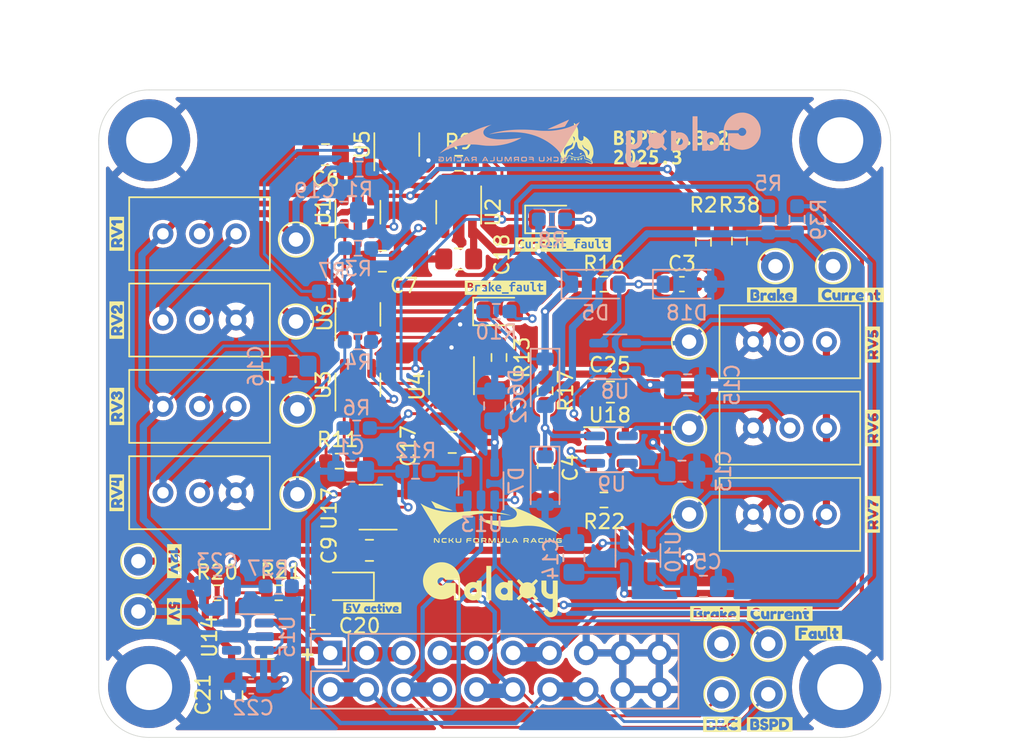
<source format=kicad_pcb>
(kicad_pcb (version 20221018) (generator pcbnew)
  (layers (0 "F.Cu" signal) (31 "B.Cu" signal) (34 "B.Paste" user) (35 "F.Paste" user) (36 "B.SilkS" user "B.Silkscreen") (37 "F.SilkS" user "F.Silkscreen") (38 "B.Mask" user) (39 "F.Mask" user) (44 "Edge.Cuts" user))
  (net 0 "")
  (net 1 "+5V")
  (net 2 "GND")
  (net 3 "current")
  (net 4 "brake")
  (net 5 "Net-(U10--)")
  (net 6 "+12V")
  (net 7 "Current_Limit_Check_out")
  (net 8 "Net-(D1-A)")
  (net 9 "Brake_Limit_Check_out")
  (net 10 "Net-(D2-A)")
  (net 11 "Net-(D16-A)")
  (net 12 "Simultaneous_brake&current")
  (net 13 "Brake_init")
  (net 14 "Current_init")
  (net 15 "BSPD")
  (net 16 "Net-(R1-Pad1)")
  (net 17 "Net-(U1-+)")
  (net 18 "Net-(U1--)")
  (net 19 "Net-(R3-Pad1)")
  (net 20 "Net-(U2--)")
  (net 21 "Net-(R4-Pad1)")
  (net 22 "Net-(U3-+)")
  (net 23 "Net-(U3--)")
  (net 24 "Net-(R6-Pad1)")
  (net 25 "Net-(U4--)")
  (net 26 "Net-(R12-Pad1)")
  (net 27 "Net-(R22-Pad1)")
  (net 28 "Net-(RV1-Pad3)")
  (net 29 "Net-(RV3-Pad3)")
  (net 30 "Net-(U8--)")
  (net 31 "Net-(U9--)")
  (net 32 "Net-(U10-+)")
  (net 33 "Net-(U18-Pad1)")
  (net 34 "Net-(U18-Pad2)")
  (net 36 "VDC")
  (net 37 "Net-(U14-ADJ)")
  (net 38 "Net-(C1-Pad1)")
  (net 39 "Net-(R7-Pad1)")
  (net 40 "Net-(R7-Pad2)")
  (net 41 "Net-(R9-Pad1)")
  (net 42 "Net-(R9-Pad2)")
  (net 43 "Net-(R11-Pad1)")
  (net 44 "Net-(R11-Pad2)")
  (net 45 "Net-(R13-Pad1)")
  (net 46 "Net-(R13-Pad2)")
  (footprint "Potentiometer_THT:Potentiometer_Bourns_3296W_Vertical" (layer "F.Cu") (at 167.54 140)
    (fp_text reference "RV5" hide)
    (fp_text value "50k" hide)
  )
  (footprint "Resistor_SMD:R_0603_1608Metric_Pad0.98x0.95mm_HandSolder" (layer "F.Cu") (at 152.0875 136)
    (fp_text reference "R16")
    (fp_text value "39k" hide)
  )
  (footprint "logo:fire_shark_4mm" (layer "F.Cu") (at 150.25 126.25)
    (fp_text reference "G***" hide)
    (fp_text value "LOGO" hide)
  )
  (footprint "TestPoint:TestPoint_THTPad_D2.0mm_Drill1.0mm" (layer "F.Cu") (at 168 134.75)
    (fp_text reference "TP14" hide)
    (fp_text value "TestPoint" hide)
  )
  (footprint "MountingHole:MountingHole_3.2mm_M3_ISO7380_Pad" (layer "F.Cu") (at 168.5 126)
    (fp_text reference "H1" hide)
    (fp_text value "MountingHole_Pad" hide)
  )
  (footprint "Resistor_SMD:R_0603_1608Metric_Pad0.98x0.95mm_HandSolder" (layer "F.Cu") (at 142 127.6 180)
    (fp_text reference "R9")
    (fp_text value "10k" hide)
  )
  (footprint "MountingHole:MountingHole_3.2mm_M3_ISO7380_Pad" (layer "F.Cu") (at 120.5 164)
    (fp_text reference "H3" hide)
    (fp_text value "MountingHole_Pad" hide)
  )
  (footprint "LED_SMD:LED_0805_2012Metric_Pad1.15x1.40mm_HandSolder" (layer "F.Cu") (at 148.475 131.5)
    (fp_text reference "D1" hide)
    (fp_text value "LED" hide)
  )
  (footprint "kibuzzard-67D1293D" (layer "F.Cu") (at 118.25 138.5 90)
    (fp_text reference "kibuzzard-67D1293D" hide)
    (fp_text value "G***" hide)
  )
  (footprint "TestPoint:TestPoint_THTPad_D2.0mm_Drill1.0mm" (layer "F.Cu") (at 130.7 132.9)
    (fp_text reference "TP1" hide)
    (fp_text value "TestPoint" hide)
  )
  (footprint "logo:nckufs_logo_10mm" (layer "F.Cu") (at 144.25 152.5)
    (fp_text reference "G***" hide)
    (fp_text value "LOGO" hide)
  )
  (footprint "kibuzzard-67D16C61" (layer "F.Cu") (at 145.25 136.25)
    (fp_text reference "kibuzzard-67D16C61" hide)
    (fp_text value "G***" hide)
  )
  (footprint "kibuzzard-67D128B9" (layer "F.Cu") (at 170.747139 146 90)
    (fp_text reference "kibuzzard-67D128B9" hide)
    (fp_text value "G***" hide)
  )
  (footprint "Capacitor_SMD:C_0603_1608Metric_Pad1.08x0.95mm_HandSolder" (layer "F.Cu") (at 148 148.65 -90)
    (fp_text reference "C4")
    (fp_text value "0.1u" hide)
  )
  (footprint "Package_TO_SOT_SMD:SOT-23-5" (layer "F.Cu") (at 135.9 151.5 180)
    (fp_text reference "U17")
    (fp_text value "74LVC1G08" hide)
  )
  (footprint "TestPoint:TestPoint_THTPad_D2.0mm_Drill1.0mm" (layer "F.Cu") (at 163.5 161)
    (fp_text reference "TP9" hide)
    (fp_text value "TestPoint" hide)
  )
  (footprint "Potentiometer_THT:Potentiometer_Bourns_3296W_Vertical" (layer "F.Cu") (at 167.54 146)
    (fp_text reference "RV6" hide)
    (fp_text value "50k" hide)
  )
  (footprint "Capacitor_SMD:C_0603_1608Metric_Pad1.08x0.95mm_HandSolder" (layer "F.Cu") (at 131.8625 159.5)
    (fp_text reference "C20")
    (fp_text value "1u" hide)
  )
  (footprint "kibuzzard-67D1299E" (layer "F.Cu") (at 169.25 136.75)
    (fp_text reference "kibuzzard-67D1299E" hide)
    (fp_text value "G***" hide)
  )
  (footprint "TestPoint:TestPoint_THTPad_D2.0mm_Drill1.0mm" (layer "F.Cu") (at 119.75 158.75)
    (fp_text reference "TP8" hide)
    (fp_text value "TestPoint" hide)
  )
  (footprint "kibuzzard-67D12885" (layer "F.Cu") (at 164.3 158.9)
    (fp_text reference "kibuzzard-67D12885" hide)
    (fp_text value "G***" hide)
  )
  (footprint "kibuzzard-67D12947" (layer "F.Cu") (at 118.252861 144.5 90)
    (fp_text reference "kibuzzard-67D12947" hide)
    (fp_text value "G***" hide)
  )
  (footprint "MountingHole:MountingHole_3.2mm_M3_ISO7380_Pad" (layer "F.Cu") (at 168.5 164)
    (fp_text reference "H2" hide)
    (fp_text value "MountingHole_Pad" hide)
  )
  (footprint "Capacitor_SMD:C_0805_2012Metric_Pad1.18x1.45mm_HandSolder" (layer "F.Cu") (at 142 134.25 180)
    (fp_text reference "C18")
    (fp_text value "10u" hide)
  )
  (footprint "TestPoint:TestPoint_THTPad_D2.0mm_Drill1.0mm" (layer "F.Cu") (at 158 152)
    (fp_text reference "TP7" hide)
    (fp_text value "TestPoint" hide)
  )
  (footprint "Capacitor_SMD:C_0805_2012Metric_Pad1.18x1.45mm_HandSolder" (layer "F.Cu") (at 132.75 127 180)
    (fp_text reference "C6")
    (fp_text value "10u" hide)
  )
  (footprint "kibuzzard-67D129F2" (layer "F.Cu") (at 167 160.25)
    (fp_text reference "kibuzzard-67D129F2" hide)
    (fp_text value "G***" hide)
  )
  (footprint "Potentiometer_THT:Potentiometer_Bourns_3296W_Vertical" (layer "F.Cu") (at 167.54 152)
    (fp_text reference "RV7" hide)
    (fp_text value "50k" hide)
  )
  (footprint "Resistor_SMD:R_0603_1608Metric" (layer "F.Cu") (at 129.5 157.45 180)
    (fp_text reference "R21")
    (fp_text value "100k" hide)
  )
  (footprint "Capacitor_SMD:C_0805_2012Metric_Pad1.18x1.45mm_HandSolder" (layer "F.Cu") (at 126.25 164.5375 -90)
    (fp_text reference "C21")
    (fp_text value "10u" hide)
  )
  (footprint "Potentiometer_THT:Potentiometer_Bourns_3296W_Vertical" (layer "F.Cu") (at 121.46 138.5 180)
    (fp_text reference "RV2" hide)
    (fp_text value "50k" hide)
  )
  (footprint "Package_TO_SOT_SMD:SOT-23-5" (layer "F.Cu") (at 142 131 -90)
    (fp_text reference "U2")
    (fp_text value "TLV2371DBV" hide)
  )
  (footprint "Resistor_SMD:R_0603_1608Metric_Pad0.98x0.95mm_HandSolder" (layer "F.Cu") (at 144.8 141.1 90)
    (fp_text reference "R13")
    (fp_text value "10k" hide)
  )
  (footprint "kibuzzard-67D12976" (layer "F.Cu") (at 163.75 136.75)
    (fp_text reference "kibuzzard-67D12976" hide)
    (fp_text value "G***" hide)
  )
  (footprint "kibuzzard-67D12A37" (layer "F.Cu") (at 136 158.5)
    (fp_text reference "kibuzzard-67D12A37" hide)
    (fp_text value "G***" hide)
  )
  (footprint "kibuzzard-67D12931" (layer "F.Cu") (at 118.25 132.5 90)
    (fp_text reference "kibuzzard-67D12931" hide)
    (fp_text value "G***" hide)
  )
  (footprint "MountingHole:MountingHole_3.2mm_M3_ISO7380_Pad" (layer "F.Cu") (at 120.5 126)
    (fp_text reference "H4" hide)
    (fp_text value "MountingHole_Pad" hide)
  )
  (footprint "LED_SMD:LED_0805_2012Metric_Pad1.15x1.40mm_HandSolder" (layer "F.Cu") (at 134.25 157 180)
    (fp_text reference "D16" hide)
    (fp_text value "LED" hide)
  )
  (footprint "TestPoint:TestPoint_THTPad_D2.0mm_Drill1.0mm" (layer "F.Cu") (at 163.5 164.5)
    (fp_text reference "TP12" hide)
    (fp_text value "TestPoint" hide)
  )
  (footprint "Capacitor_SMD:C_0805_2012Metric_Pad1.18x1.45mm_HandSolder" (layer "F.Cu") (at 141.55 147 180)
    (fp_text reference "C17")
    (fp_text value "10u" hide)
  )
  (footprint "Capacitor_SMD:C_0805_2012Metric_Pad1.18x1.45mm_HandSolder" (layer "F.Cu") (at 135.8 154.5)
    (fp_text reference "C9")
    (fp_text value "10u" hide)
  )
  (footprint "kibuzzard-67D12954" (layer "F.Cu") (at 118.25 150.5 90)
    (fp_text reference "kibuzzard-67D12954" hide)
    (fp_text value "G***" hide)
  )
  (footprint "kibuzzard-67D1286B" (layer "F.Cu") (at 159.8 158.9)
    (fp_text reference "kibuzzard-67D1286B" hide)
    (fp_text value "G***" hide)
  )
  (footprint "Resistor_SMD:R_0603_1608Metric_Pad0.98x0.95mm_HandSolder" (layer "F.Cu") (at 148 143.4125 -90)
    (fp_text reference "R17")
    (fp_text value "39k" hide)
  )
  (footprint "Potentiometer_THT:Potentiometer_Bourns_3296W_Vertical" (layer "F.Cu") (at 121.46 150.5 180)
    (fp_text reference "RV4" hide)
    (fp_text value "50k" hide)
  )
  (footprint "Capacitor_SMD:C_0805_2012Metric_Pad1.18x1.45mm_HandSolder" (layer "F.Cu") (at 136.7 134.4)
    (fp_text reference "C7")
    (fp_text value "10u" hide)
  )
  (footprint "kibuzzard-67D16C98" (layer "F.Cu") (at 156.75 126.5)
    (fp_text reference "kibuzzard-67D16C98" hide)
    (fp_text value "G***" hide)
  )
  (footprint "Package_TO_SOT_SMD:SOT-23-5" (layer "F.Cu") (at 141.5 142.8625 -90)
    (fp_text reference "U4")
    (fp_text value "TLV2371DBV" hide)
  )
  (footprint "Potentiometer_THT:Potentiometer_Bourns_3296W_Vertical" (layer "F.Cu") (at 121.46 144.5 180)
    (fp_text reference "RV3" hide)
    (fp_text value "50k" hide)
  )
  (footprint "Package_TO_SOT_SMD:SOT-23-5" (layer "F.Cu") (at 135 138.1 90)
    (fp_text reference "U6")
    (fp_text value "74LVC1G08" hide)
  )
  (footprint "Resistor_SMD:R_0603_1608Metric_Pad0.98x0.95mm_HandSolder" (layer "F.Cu") (at 133.7 148.3 180)
    (fp_text reference "R11")
    (fp_text value "10k" hide)
  )
  (footprint "logo:galaxy_logo_10mm" (layer "F.Cu") (at 144.25 157.25)
    (fp_text reference "G***" hide)
    (fp_text value "LOGO" hide)
  )
  (footprint "TestPoint:TestPoint_THTPad_D2.0mm_Drill1.0mm" (layer "F.Cu") (at 160.25 164.5)
    (fp_text reference "TP11" hide)
    (fp_text value "TestPoint" hide)
  )
  (footprint "kibuzzard-67D16C3B" (layer "F.Cu") (at 149.25 133.25)
    (fp_text reference "kibuzzard-67D16C3B" hide)
    (fp_text value "G***" hide)
  )
  (footprint "kibuzzard-67D1282F" (layer "F.Cu") (at 160.3 166.6)
    (fp_text reference "kibuzzard-67D1282F" hide)
    (fp_text value "G***" hide)
  )
  (footprint "Resistor_SMD:R_0603_1608Metric" (layer "F.Cu") (at 125.225 157.45)
    (fp_text reference "R20")
    (fp_text value "866k" hide)
  )
  (footprint "TestPoint:TestPoint_THTPad_D2.0mm_Drill1.0mm" (layer "F.Cu") (at 130.8 150.6)
    (fp_text reference "TP4" hide)
    (fp_text value "TestPoint" hide)
  )
  (footprint "TestPoint:TestPoint_THTPad_D2.0mm_Drill1.0mm" (layer "F.Cu") (at 158 146)
    (fp_text reference "TP6" hide)
    (fp_text value "TestPoint" hide)
  )
  (footprint "Package_TO_SOT_SMD:SOT-23-5" (layer "F.Cu") (at 152.5 147.5)
    (fp_text reference "U18")
    (fp_text value "74LVC1G08" hide)
  )
  (footprint "TestPoint:TestPoint_THTPad_D2.0mm_Drill1.0mm" (layer "F.Cu") (at 160.25 161)
    (fp_text reference "TP10" hide)
    (fp_text value "TestPoint" hide)
  )
  (footprint "TestPoint:TestPoint_THTPad_D2.0mm_Drill1.0mm" (layer "F.Cu") (at 130.8 144.7)
    (fp_text reference "TP3" hide)
    (fp_text value "TestPoint" hide)
  )
  (footprint "Package_TO_SOT_SMD:SOT-23-5" (layer "F.Cu") (at 127.3625 160.5 180)
    (fp_text reference "U14")
    (fp_text value "AP2204K-ADJ" hide)
  )
  (footprint "Capacitor_SMD:C_0603_1608Metric_Pad1.08x0.95mm_HandSolder" (layer "F.Cu") (at 157.5 136)
    (fp_text reference "C3")
    (fp_text value "0.1u" hide)
  )
  (footprint "Package_TO_SOT_SMD:SOT-23-5" (layer "F.Cu") (at 135 131 90)
    (fp_text reference "U1")
    (fp_text value "TLV2371DBV" hide)
  )
  (footprint "kibuzzard-67D12A07" (layer "F.Cu") (at 122.25 155.25 -90)
    (fp_text reference "kibuzzard-67D12A07" hide)
    (fp_text value "G***" hide)
  )
  (footprint "TestPoint:TestPoint_THTPad_D2.0mm_Drill1.0mm" (layer "F.Cu") (at 119.75 155.25)
    (fp_text reference "TP16" hide)
    (fp_text value "TestPoint" hide)
  )
  (footprint "kibuzzard-67D12A20" (layer "F.Cu") (at 122.25 158.75 -90)
    (fp_text reference "kibuzzard-67D12A20" hide)
    (fp_text value "G***" hide)
  )
  (footprint "kibuzzard-67D128E6" (layer "F.Cu") (at 170.75 152 90)
    (fp_text reference "kibuzzard-67D128E6" hide)
    (fp_text value "G***" hide)
  )
  (footprint "kibuzzard-67D12800" (layer "F.Cu") (at 163.6 166.6)
    (fp_text reference "kibuzzard-67D12800" hide)
    (fp_text value "G***" hide)
  )
  (footprint "Resistor_SMD:R_0603_1608Metric_Pad0.98x0.95mm_HandSolder" (layer "F.Cu") (at 152.0875 151 180)
    (fp_text reference "R22")
    (fp_text value "100k" hide)
  )
  (footprint "TestPoint:TestPoint_THTPad_D2.0mm_Drill1.0mm" (layer "F.Cu") (at 158 140)
    (fp_text reference "TP5" hide)
    (fp_text value "TestPoint" hide)
  )
  (footprint "Resistor_SMD:R_0603_1608Metric_Pad0.98x0.95mm_HandSolder" (layer "F.Cu") (at 159 133.0875 90)
    (fp_text reference "R2")
    (fp_text value "10k" hide)
  )
  (footprint "Potentiometer_THT:Potentiometer_Bourns_3296W_Vertical" (layer "F.Cu") (at 121.46 132.5 180)
    (fp_text reference "RV1" hide)
    (fp_text value "50k" hide)
  )
  (footprint "Package_TO_SOT_SMD:SOT-23-5" (layer "F.Cu") (at 137.7 126.3 90)
    (fp_text reference "U5")
    (fp_text value "74LVC1G08" hide)
  )
  (footprint "kibuzzard-67D1289B" (layer "F.Cu") (at 170.746567 140.2 90)
    (fp_text reference "kibuzzard-67D1289B" hide)
    (fp_text value "G***" hide)
  )
  (footprint "TestPoint:TestPoint_THTPad_D2.0mm_Drill1.0mm" (layer "F.Cu") (at 130.7 138.6)
    (fp_text reference "TP2" hide)
    (fp_text value "TestPoint" hide)
  )
  (footprint "kibuzzard-67D12B34" (layer "F.Cu") (at 131.5 161.75)
    (fp_text reference "kibuzzard-67D12B34" hide)
    (fp_text value "G***" hide)
  )
  (footprint "LED_SMD:LED_0805_2012Metric_Pad1.15x1.40mm_HandSolder" (layer "F.Cu") (at 144.8625 137.9)
    (fp_text reference "D2" hide)
    (fp_text value "LED" hide)
  )
  (footprint "Package_TO_SOT_SMD:SOT-23-5" (layer "F.Cu") (at 135 143 90)
    (fp_text reference "U3")
    (fp_text value "TLV2371DBV" hide)
  )
  (footprint "Resistor_SMD:R_0603_1608Metric_Pad0.98x0.95mm_HandSolder" (layer "F.Cu") (at 161.5 133 90)
    (fp_text reference "R38")
    (fp_text value "100R" hide)
  )
  (footprint "Capacitor_SMD:C_0805_2012Metric_Pad1.18x1.45mm_HandSolder" (layer "F.Cu") (at 152.5375 143.5 180)
    (fp_text reference "C25")
    (fp_text value "10u" hide)
  )
  (footprint "TestPoint:TestPoint_THTPad_D2.0mm_Drill1.0mm" (layer "F.Cu") (at 164 134.75)
    (fp_text reference "TP13" hide)
    (fp_text value "TestPoint" hide)
  )
  (footprint "Capacitor_SMD:C_0805_2012Metric_Pad1.18x1.45mm_HandSolder" (layer "B.Cu") (at 150 155 90)
    (fp_text reference "C14")
    (fp_text value "10u" hide)
  )
  (footprint "Package_TO_SOT_SMD:SOT-23-5" (layer "B.Cu") (at 154.45 154.8625 -90)
    (fp_text reference "U10")
    (fp_text value "TLV2371DBV" hide)
  )
  (footprint "Connector_PinHeader_2.54mm:PinHeader_2x10_P2.54mm_Vertical" (layer "B.Cu") (at 133.075 161.63 -90)
    (fp_text reference "J2" hide)
    (fp_text value "Conn_02x10_Odd_Even" hide)
  )
  (footprint "Capacitor_SMD:C_0603_1608Metric_Pad1.08x0.95mm_HandSolder" (layer "B.Cu") (at 127.5875 163.95 180)
    (fp_text reference "C22")
    (fp_text value "1u" hide)
  )
  (footprint "Resistor_SMD:R_0603_1608Metric_Pad0.98x0.95mm_HandSolder" (layer "B.Cu") (at 135.0125 133.5)
    (fp_text reference "R3")
    (fp_text value "10k" hide)
  )
  (footprint "Diode_SMD:D_SOD-123" (layer "B.Cu") (at 157.85 136)
    (fp_text reference "D18")
    (fp_text value "1N4148W" hide)
  )
  (footprint "Package_TO_SOT_SMD:SOT-23-5" (layer "B.Cu") (at 127.3625 160.5 180)
    (fp_text reference "U15")
    (fp_text value "AP7375Q-50WR-7" hide)
  )
  (footprint "Capacitor_SMD:C_0805_2012Metric_Pad1.18x1.45mm_HandSolder" (layer "B.Cu") (at 134 131)
    (fp_text reference "C19")
    (fp_text value "10u" hide)
  )
  (footprint "Diode_SMD:D_SOD-123" (layer "B.Cu") (at 151.5 136)
    (fp_text reference "D5")
    (fp_text value "1N4148W" hide)
  )
  (footprint "Resistor_SMD:R_0603_1608Metric_Pad0.98x0.95mm_HandSolder" (layer "B.Cu") (at 134.9125 146)
    (fp_text reference "R6")
    (fp_text value "10k" hide)
  )
  (footprint "Resistor_SMD:R_0603_1608Metric_Pad0.98x0.95mm_HandSolder" (layer "B.Cu") (at 135.0875 128)
    (fp_text reference "R1")
    (fp_text value "10k" hide)
  )
  (footprint "Resistor_SMD:R_0603_1608Metric_Pad0.98x0.95mm_HandSolder" (layer "B.Cu") (at 135 140)
    (fp_text reference "R4")
    (fp_text value "10k" hide)
  )
  (footprint "Capacitor_SMD:C_0805_2012Metric_Pad1.18x1.45mm_HandSolder" (layer "B.Cu") (at 144.5 144.4625 90)
    (fp_text reference "C2")
    (fp_text value "10u" hide)
  )
  (footprint "logo:nckufs_logo_10mm" (layer "B.Cu") (at 145.5 126 180)
    (fp_text reference "G***" hide)
    (fp_text value "LOGO" hide)
  )
  (footprint "Resistor_SMD:R_0603_1608Metric_Pad0.98x0.95mm_HandSolder" (layer "B.Cu") (at 129.5 157)
    (fp_text reference "R37")
    (fp_text value "470R" hide)
  )
  (footprint "Package_TO_SOT_SMD:SOT-23-5" (layer "B.Cu") (at 152.8625 141.05)
    (fp_text reference "U8")
    (fp_text value "TLV2371DBV" hide)
  )
  (footprint "Capacitor_SMD:C_0805_2012Metric_Pad1.18x1.45mm_HandSolder" (layer "B.Cu") (at 130.5 141.7 180)
    (fp_text reference "C16")
    (fp_text value "10u" hide)
  )
  (footprint "Resistor_SMD:R_0603_1608Metric_Pad0.98x0.95mm_HandSolder" (layer "B.Cu") (at 133.2 136.5 180)
    (fp_text reference "R7")
    (fp_text value "10k" hide)
  )
  (footprint "Resistor_SMD:R_0603_1608Metric_Pad0.98x0.95mm_HandSolder" (layer "B.Cu") (at 148.475 131.5)
    (fp_text reference "R8")
    (fp_text value "470R" hide)
  )
  (footprint "Capacitor_SMD:C_0805_2012Metric_Pad1.18x1.45mm_HandSolder" (layer "B.Cu") (at 125.25 157 180)
    (fp_text reference "C23")
    (fp_text value "10u" hide)
  )
  (footprint "Capacitor_SMD:C_0805_2012Metric_Pad1.18x1.45mm_HandSolder" (layer "B.Cu") (at 134.5 149 180)
    (fp_text reference "C1")
    (fp_text value "10u" hide)
  )
  (footprint "Capacitor_SMD:C_0805_2012Metric_Pad1.18x1.45mm_HandSolder" (layer "B.Cu") (at 157.9 143)
    (fp_text reference "C15")
    (fp_text value "10u" hide)
  )
  (footprint "Diode_SMD:D_SOD-123" (layer "B.Cu") (at 148 142.85 -90)
    (fp_text reference "D6")
    (fp_text value "1N4148W" hide)
  )
  (footprint "logo:galaxy_logo_10mm" (layer "B.Cu") (at 158.25 126 180)
    (fp_text reference "G***" hide)
    (fp_text value "LOGO" hide)
  )
  (footprint "Resistor_SMD:R_0603_1608Metric_Pad0.98x0.95mm_HandSolder" (layer "B.Cu") (at 139 149 180)
    (fp_text reference "R12")
    (fp_text value "100k" hide)
  )
  (footprint "Resistor_SMD:R_0603_1608Metric_Pad0.98x0.95mm_HandSolder" (layer "B.Cu") (at 163.5 131.5 90)
    (fp_text reference "R5")
    (fp_text value "10k" hide)
  )
  (footprint "Capacitor_SMD:C_0805_2012Metric_Pad1.18x1.45mm_HandSolder" (layer "B.Cu") (at 159 157)
    (fp_text reference "C5")
    (fp_text value "10u" hide)
  )
  (footprint "Resistor_SMD:R_0603_1608Metric_Pad0.98x0.95mm_HandSolder" (layer "B.Cu") (at 144.6125 137.9)
    (fp_text reference "R10")
    (fp_text value "470R" hide)
  )
  (footprint "Package_TO_SOT_SMD:SOT-23-5" (layer "B.Cu") (at 152.6375 147.5)
    (fp_text reference "U9")
    (fp_text value "TLV2371DBV" hide)
  )
  (footprint "Resistor_SMD:R_0603_1608Metric_Pad0.98x0.95mm_HandSolder" (layer "B.Cu") (at 165.5 131.5 -90)
    (fp_text reference "R39")
    (fp_text value "100R" hide)
  )
  (footprint "Package_TO_SOT_SMD:SOT-23-5" (layer "B.Cu") (at 143.55 149.8625 90)
    (fp_text reference "U13")
    (fp_text value "74LVC1G08" hide)
  )
  (footprint "Capacitor_SMD:C_0805_2012Metric_Pad1.18x1.45mm_HandSolder" (layer "B.Cu") (at 157.5 149)
    (fp_text reference "C13")
    (fp_text value "10u" hide)
  )
  (footprint "Diode_SMD:D_SOD-123" (layer "B.Cu") (at 148 149.65 -90)
    (fp_text reference "D7")
    (fp_text value "1N4148W" hide)
  )
  (gr_line (start 120.5 122.5) (end 168.5 122.5) (stroke (width 0.05)) (layer "Edge.Cuts"))
  (gr_line (start 120.5 167.5) (end 168.5 167.5) (stroke (width 0.05)) (layer "Edge.Cuts"))
  (gr_line (start 172 126) (end 172 164) (stroke (width 0.05)) (layer "Edge.Cuts"))
  (gr_arc (start 172 164) (mid 170.974874 166.474874) (end 168.5 167.5) (stroke (width 0.05)) (layer "Edge.Cuts"))
  (gr_line (start 117 126) (end 117 164) (stroke (width 0.05)) (layer "Edge.Cuts"))
  (gr_arc (start 168.5 122.5) (mid 170.974874 123.525126) (end 172 126) (stroke (width 0.05)) (layer "Edge.Cuts"))
  (gr_arc (start 117 126) (mid 118.025126 123.525126) (end 120.5 122.5) (stroke (width 0.05)) (layer "Edge.Cuts"))
  (gr_arc (start 120.5 167.5) (mid 118.025126 166.474874) (end 117 164) (stroke (width 0.05)) (layer "Edge.Cuts"))
  (segment (start 132.7 134.948161) (end 134.05 136.298161) (width 0.5) (layer "F.Cu") (net 1))
  (segment (start 143.0375 134.5) (end 143.0375 132.225) (width 0.5) (layer "F.Cu") (net 1))
  (segment (start 134.1 129.8125) (end 134.05 129.8625) (width 0.2) (layer "F.Cu") (net 1))
  (segment (start 143.0375 132.225) (end 142.95 132.1375) (width 0.2) (layer "F.Cu") (net 1))
  (segment (start 135.6625 134.4) (end 137.2625 136) (width 0.5) (layer "F.Cu") (net 1))
  (segment (start 137.2625 136) (end 151.175 136) (width 0.5) (layer "F.Cu") (net 1))
  (segment (start 142.45 146.3625) (end 142.5875 146.5) (width 0.2) (layer "F.Cu") (net 1))
  (segment (start 133.7875 129.6) (end 134.05 129.8625) (width 0.5) (layer "F.Cu") (net 1))
  (segment (start 153.575 143.5) (end 153.575 146.4875) (width 0.5) (layer "F.Cu") (net 1))
  (segment (start 134.7625 154.5) (end 134.7625 152.55) (width 0.2) (layer "F.Cu") (net 1))
  (segment (start 134.05 129.8625) (end 132.9125 131) (width 0.5) (layer "F.Cu") (net 1))
  (segment (start 134.05 136.9625) (end 134.05 136.298161) (width 0.5) (layer "F.Cu") (net 1))
  (segment (start 133.7875 127) (end 133.7875 129.6) (width 0.5) (layer "F.Cu") (net 1))
  (segment (start 141.35 142.9) (end 142.45 144) (width 0.2) (layer "F.Cu") (net 1))
  (segment (start 132.9125 131) (end 132.7 131.2125) (width 0.5) (layer "F.Cu") (net 1))
  (segment (start 134.05 141.8625) (end 135.0875 142.9) (width 0.2) (layer "F.Cu") (net 1))
  (segment (start 135.0875 142.9) (end 141.35 142.9) (width 0.2) (layer "F.Cu") (net 1))
  (segment (start 134.7625 152.55) (end 134.8625 152.45) (width 0.2) (layer "F.Cu") (net 1))
  (segment (start 144.525 133.7125) (end 147.5625 133.7125) (width 0.5) (layer "F.Cu") (net 1))
  (segment (start 127.1 154.5) (end 134.7625 154.5) (width 0.5) (layer "F.Cu") (net 1))
  (segment (start 126.3 155.3) (end 127.1 154.5) (width 0.5) (layer "F.Cu") (net 1))
  (segment (start 134.2 125.1625) (end 136.75 125.1625) (width 0.5) (layer "F.Cu") (net 1))
  (segment (start 151.175 136) (end 149.9 136) (width 0.2) (layer "F.Cu") (net 1))
  (segment (start 155.3 143) (end 167.54 143) (width 0.5) (layer "F.Cu") (net 1))
  (segment (start 167.54 143) (end 167.54 152) (width 0.5) (layer "F.Cu") (net 1))
  (segment (start 167.54 140) (end 167.54 143) (width 0.5) (layer "F.Cu") (net 1))
  (segment (start 152.325 142.25) (end 153.575 143.5) (width 0.5) (layer "F.Cu") (net 1))
  (segment (start 121.46 132.5) (end 124.26 129.7) (width 0.5) (layer "F.Cu") (net 1))
  (segment (start 134.05 136.298161) (end 135.6625 134.685661) (width 0.5) (layer "F.Cu") (net 1))
  (segment (start 133.7875 125.575) (end 133.7875 127) (width 0.5) (layer "F.Cu") (net 1))
  (segment (start 144.5 147) (end 143.0875 147) (width 0.5) (layer "F.Cu") (net 1))
  (segment (start 148 137.9) (end 148 142.5) (width 0.5) (layer "F.Cu") (net 1))
  (segment (start 149.9 136) (end 148 137.9) (width 0.5) (layer "F.Cu") (net 1))
  (segment (start 124.26 129.7) (end 133.9875 129.7) (width 0.5) (layer "F.Cu") (net 1))
  (segment (start 153.575 146.4875) (end 153.6375 146.55) (width 0.2) (layer "F.Cu") (net 1))
  (segment (start 154.8 143.5) (end 153.575 143.5) (width 0.5) (layer "F.Cu") (net 1))
  (segment (start 132.7 131.2125) (end 132.7 134.948161) (width 0.5) (layer "F.Cu") (net 1))
  (segment (start 134.2 125.1625) (end 133.7875 125.575) (width 0.5) (layer "F.Cu") (net 1))
  (segment (start 148.025 142.475) (end 148.25 142.25) (width 0.5) (layer "F.Cu") (net 1))
  (segment (start 162.04 157.5) (end 153.5 157.5) (width 0.5) (layer "F.Cu") (net 1))
  (segment (start 142.95 132.1375) (end 144.525 133.7125) (width 0.5) (layer "F.Cu") (net 1))
  (segment (start 155.3 143) (end 154.8 143.5) (width 0.5) (layer "F.Cu") (net 1))
  (segment (start 148 142.5) (end 148.025 142.475) (width 0.2) (layer "F.Cu") (net 1))
  (segment (start 148.25 142.25) (end 152.325 142.25) (width 0.5) (layer "F.Cu") (net 1))
  (segment (start 135.6625 134.685661) (end 135.6625 134.4) (width 0.5) (layer "F.Cu") (net 1))
  (segment (start 133.9875 129.7) (end 134.1 129.8125) (width 0.5) (layer "F.Cu") (net 1))
  (segment (start 167.54 152) (end 162.04 157.5) (width 0.5) (layer "F.Cu") (net 1))
  (segment (start 134.775 152.5375) (end 134.8625 152.45) (width 0.2) (layer "F.Cu") (net 1))
  (segment (start 142.45 144) (end 142.45 146.3625) (width 0.5) (layer "F.Cu") (net 1))
  (via (at 153.5 157.5) (size 0.6) (drill 0.3) (layers "F.Cu" "B.Cu") (net 1))
  (via (at 147.5625 133.7125) (size 0.6) (drill 0.3) (layers "F.Cu" "B.Cu") (net 1))
  (via (at 126.3 155.3) (size 0.6) (drill 0.3) (layers "F.Cu" "B.Cu") (net 1))
  (via (at 155.5 147) (size 0.6) (drill 0.3) (layers "F.Cu" "B.Cu") (net 1))
  (via (at 155.3 143) (size 0.6) (drill 0.3) (layers "F.Cu" "B.Cu") (net 1))
  (via (at 144.5 147) (size 0.6) (drill 0.3) (layers "F.Cu" "B.Cu") (net 1))
  (via (at 148 137.9) (size 0.6) (drill 0.3) (layers "F.Cu" "B.Cu") (net 1))
  (via (at 132.9125 131) (size 0.6) (drill 0.3) (layers "F.Cu" "B.Cu") (net 1))
  (segment (start 126.225 159.55) (end 124.3 159.55) (width 0.5) (layer "B.Cu") (net 1))
  (segment (start 156.8625 143) (end 155.3 143) (width 0.5) (layer "B.Cu") (net 1))
  (segment (start 126.3 156.9875) (end 126.2875 157) (width 0.2) (layer "B.Cu") (net 1))
  (segment (start 120.1 145.86) (end 121.46 144.5) (width 0.5) (layer "B.Cu") (net 1))
  (segment (start 154.325 149) (end 153.775 148.45) (width 0.3) (layer "B.Cu") (net 1))
  (segment (start 155.5 147) (end 156.2 147.7) (width 0.3) (layer "B.Cu") (net 1))
  (segment (start 121.46 144.5) (end 120 143.04) (width 0.5) (layer "B.Cu") (net 1))
  (segment (start 148 137.9) (end 148 137.85) (width 0.2) (layer "B.Cu") (net 1))
  (segment (start 122.25 154.5) (end 120.1 152.35) (width 0.5) (layer "B.Cu") (net 1))
  (segment (start 144.5625 145.5375) (end 148 142.1) (width 0.5) (layer "B.Cu") (net 1))
  (segment (start 119.75 158.75) (end 122.25 156.25) (width 0.5) (layer "B.Cu") (net 1))
  (segment (start 147.5625 133.7125) (end 149.85 136) (width 0.5) (layer "B.Cu") (net 1))
  (segment (start 126.3 155.3) (end 126.3 156.9875) (width 0.5) (layer "B.Cu") (net 1))
  (segment (start 148 142.1) (end 148 141.2) (width 0.5) (layer "B.Cu") (net 1))
  (segment (start 131.5375 141.7) (end 130.1375 140.3) (width 0.2) (layer "B.Cu") (net 1))
  (segment (start 156.2 148.7375) (end 156.4625 149) (width 0.2) (layer "B.Cu") (net 1))
  (segment (start 144.5 147) (end 144.5 145.5375) (width 0.5) (layer "B.Cu") (net 1))
  (segment (start 155.3 143) (end 155 143) (width 0.5) (layer "B.Cu") (net 1))
  (segment (start 144.5 147) (end 144.5 148.725) (width 0.5) (layer "B.Cu") (net 1))
  (segment (start 156.4625 149) (end 154.325 149) (width 0.3) (layer "B.Cu") (net 1))
  (segment (start 153.5 157.5) (end 153.5 156) (width 0.5) (layer "B.Cu") (net 1))
  (segment (start 147 141.2) (end 148 141.2) (width 0.2) (layer "B.Cu") (net 1))
  (segment (start 120 143.04) (end 120 133.96) (width 0.5) (layer "B.Cu") (net 1))
  (segment (start 120.1 152.35) (end 120.1 145.86) (width 0.5) (layer "B.Cu") (net 1))
  (segment (start 156.2 147.7) (end 156.2 148.7375) (width 0.3) (layer "B.Cu") (net 1))
  (segment (start 128.5875 157) (end 126.2875 157) (width 0.2) (layer "B.Cu") (net 1))
  (segment (start 144.5 145.5375) (end 144.5625 145.5375) (width 0.2) (layer "B.Cu") (net 1))
  (segment (start 124.3 159.55) (end 123.5 158.75) (width 0.5) (layer "B.Cu") (net 1))
  (segment (start 126.225 157.0625) (end 126.2875 157) (width 0.2) (layer "B.Cu") (net 1))
  (segment (start 120 133.96) (end 121.46 132.5) (width 0.5) (layer "B.Cu") (net 1))
  (segment (start 125.66 140.3) (end 121.46 144.5) (width 0.2) (layer "B.Cu") (net 1))
  (segment (start 148 141.2) (end 148 137.9) (width 0.5) (layer "B.Cu") (net 1))
  (segment (start 130.1375 140.3) (end 125.66 140.3) (width 0.2) (layer "B.Cu") (net 1))
  (segment (start 143.7 137.9) (end 147 141.2) (width 0.2) (layer "B.Cu") (net 1))
  (segment (start 147.5625 131.5) (end 147.5625 133.7125) (width 0.5) (layer "B.Cu") (net 1))
  (segment (start 123.5 158.75) (end 119.75 158.75) (width 0.5) (layer "B.Cu") (net 1))
  (segment (start 148 137.85) (end 149.85 136) (width 0.5) (layer "B.Cu") (net 1))
  (segment (start 122.25 156.25) (end 122.25 154.5) (width 0.5) (layer "B.Cu") (net 1))
  (segment (start 150 156.0375) (end 153.4625 156.0375) (width 0.2) (layer "B.Cu") (net 1))
  (segment (start 126.225 159.55) (end 126.225 157.0625) (width 0.5) (layer "B.Cu") (net 1))
  (segment (start 153.4625 156.0375) (end 153.5 156) (width 0.2) (layer "B.Cu") (net 1))
  (segment (start 155 143) (end 154 142) (width 0.5) (layer "B.Cu") (net 1))
  (via (at 138.8 146.6) (size 0.6) (drill 0.3) (layers "F.Cu" "B.Cu") (net 2))
  (via (at 142.1 138.8) (size 0.6) (drill 0.3) (layers "F.Cu" "B.Cu") (net 2))
  (via (at 141.5 140.4) (size 0.6) (drill 0.3) (layers "F.Cu" "B.Cu") (net 2))
  (via (at 139.9 127.4) (size 0.6) (drill 0.3) (layers "F.Cu" "B.Cu") (net 2))
  (segment (start 164 135) (end 162.9125 133.9125) (width 0.5) (layer "F.Cu") (net 3))
  (segment (start 154.5 136) (end 156.6375 136) (width 0.2) (layer "F.Cu") (net 3))
  (segment (start 162.9125 133.9125) (end 158.725 133.9125) (width 0.5) (layer "F.Cu") (net 3))
  (segment (start 158.725 133.9125) (end 156.6375 136) (width 0.5) (layer "F.Cu") (net 3))
  (segment (start 153 136) (end 154.5 136) (width 0.2) (layer "F.Cu") (net 3))
  (via (at 154.5 136) (size 0.6) (drill 0.3) (layers "F.Cu" "B.Cu") (net 3))
  (segment (start 153.15 138.675) (end 153.15 136) (width 0.3) (layer "B.Cu") (net 3))
  (segment (start 151.725 140.1) (end 153.15 138.675) (width 0.3) (layer "B.Cu") (net 3))
  (segment (start 153.15 136) (end 156.2 136) (width 0.2) (layer "B.Cu") (net 3))
  (segment (start 148 144.325) (end 148 147.7875) (width 0.2) (layer "F.Cu") (net 4))
  (via (at 148 146) (size 0.6) (drill 0.3) (layers "F.Cu" "B.Cu") (net 4))
  (segment (start 148 144.5) (end 148 146) (width 0.3) (layer "B.Cu") (net 4))
  (segment (start 148.55 146.55) (end 148 146) (width 0.3) (layer "B.Cu") (net 4))
  (segment (start 149.9 139) (end 151.75 137.15) (width 0.5) (layer "B.Cu") (net 4))
  (segment (start 151.75 135.839172) (end 155.089172 132.5) (width 0.5) (layer "B.Cu") (net 4))
  (segment (start 149.9 142.6) (end 149.9 139) (width 0.5) (layer "B.Cu") (net 4))
  (segment (start 148 144.5) (end 149.9 142.6) (width 0.5) (layer "B.Cu") (net 4))
  (segment (start 151.5 146.55) (end 148.55 146.55) (width 0.3) (layer "B.Cu") (net 4))
  (segment (start 148 146) (end 148 148) (width 0.3) (layer "B.Cu") (net 4))
  (segment (start 165.5 132.5) (end 168 135) (width 0.5) (layer "B.Cu") (net 4))
  (segment (start 155.089172 132.5) (end 165.5 132.5) (width 0.5) (layer "B.Cu") (net 4))
  (segment (start 151.75 137.15) (end 151.75 135.839172) (width 0.5) (layer "B.Cu") (net 4))
  (segment (start 151.175 151) (end 155.175 155) (width 0.3) (layer "F.Cu") (net 5))
  (segment (start 155.175 155) (end 158 155) (width 0.3) (layer "F.Cu") (net 5))
  (via (at 158 155) (size 0.6) (drill 0.3) (layers "F.Cu" "B.Cu") (net 5))
  (segment (start 155.4 156) (end 156.4 157) (width 0.2) (layer "B.Cu") (net 5))
  (segment (start 158 155) (end 157.9625 155.0375) (width 0.2) (layer "B.Cu") (net 5))
  (segment (start 157.9625 155.0375) (end 157.9625 157) (width 0.2) (layer "B.Cu") (net 5))
  (segment (start 156.4 157) (end 157.9625 157) (width 0.2) (layer "B.Cu") (net 5))
  (segment (start 124.4 157.45) (end 122.2 155.25) (width 0.5) (layer "F.Cu") (net 6))
  (segment (start 124.4 159.625) (end 124.4 157.45) (width 0.5) (layer "F.Cu") (net 6))
  (segment (start 126.225 161.45) (end 124.4 159.625) (width 0.5) (layer "F.Cu") (net 6))
  (segment (start 126.225 161.45) (end 126.225 163.475) (width 0.5) (layer "F.Cu") (net 6))
  (segment (start 126.225 163.475) (end 126.25 163.5) (width 0.5) (layer "F.Cu") (net 6))
  (segment (start 129.9 163.5) (end 126.25 163.5) (width 0.5) (layer "F.Cu") (net 6))
  (segment (start 122.2 155.25) (end 119.75 155.25) (width 0.5) (layer "F.Cu") (net 6))
  (via (at 129.9 163.5) (size 0.6) (drill 0.3) (layers "F.Cu" "B.Cu") (net 6))
  (segment (start 128.5 159.55) (end 129.162499 159.55) (width 0.2) (layer "B.Cu") (net 6))
  (segment (start 128.45 163.95) (end 128.45 161.5) (width 0.5) (layer "B.Cu") (net 6))
  (segment (start 129.725 160.95) (end 129.225 161.45) (width 0.2) (layer "B.Cu") (net 6))
  (segment (start 128.45 161.5) (end 128.5 161.45) (width 0.5) (layer "B.Cu") (net 6))
  (segment (start 128.45 163.95) (end 129.45 163.95) (width 0.5) (layer "B.Cu") (net 6))
  (segment (start 129.162499 159.55) (end 129.725 160.112501) (width 0.2) (layer "B.Cu") (net 6))
  (segment (start 129.45 163.95) (end 129.9 163.5) (width 0.5) (layer "B.Cu") (net 6))
  (segment (start 129.725 160.112501) (end 129.725 160.95) (width 0.2) (layer "B.Cu") (net 6))
  (segment (start 129.225 161.45) (end 128.5 161.45) (width 0.2) (layer "B.Cu") (net 6))
  (segment (start 139.7875 126.3) (end 138.65 125.1625) (width 0.2) (layer "F.Cu") (net 7))
  (segment (start 143.2 126.3) (end 139.7875 126.3) (width 0.2) (layer "F.Cu") (net 7))
  (segment (start 161.8 162.55) (end 161.8 165.5) (width 0.2) (layer "F.Cu") (net 7))
  (segment (start 160.5 166.8) (end 140.9 166.8) (width 0.2) (layer "F.Cu") (net 7))
  (segment (start 140.9 166.8) (end 138.655 164.555) (width 0.2) (layer "F.Cu") (net 7))
  (segment (start 161.8 165.5) (end 160.5 166.8) (width 0.2) (layer "F.Cu") (net 7))
  (segment (start 160.25 161) (end 161.8 162.55) (width 0.2) (layer "F.Cu") (net 7))
  (segment (start 138.655 164.555) (end 138.655 164.265) (width 0.2) (layer "F.Cu") (net 7))
  (segment (start 145 128.1) (end 143.2 126.3) (width 0.2) (layer "F.Cu") (net 7))
  (segment (start 147.45 131.5) (end 145 131.5) (width 0.2) (layer "F.Cu") (net 7))
  (segment (start 145 131.5) (end 145 128.1) (width 0.2) (layer "F.Cu") (net 7))
  (via (at 145 131.5) (size 0.6) (drill 0.3) (layers "F.Cu" "B.Cu") (net 7))
  (segment (start 139.495 158.5) (end 139.5 158.5) (width 0.3) (layer "B.Cu") (net 7))
  (segment (start 142.5 131.5) (end 138 136) (width 0.2) (layer "B.Cu") (net 7))
  (segment (start 138 136) (end 138 142.6) (width 0.2) (layer "B.Cu") (net 7))
  (segment (start 138.155 164.145) (end 139.495 162.805) (width 0.3) (layer "B.Cu") (net 7))
  (segment (start 138.155 164.17) (end 138.155 164.145) (width 0.2) (layer "B.Cu") (net 7))
  (segment (start 139.495 162.805) (end 139.495 158.5) (width 0.3) (layer "B.Cu") (net 7))
  (segment (start 139.5 158.5) (end 143.55 154.45) (width 0.3) (layer "B.Cu") (net 7))
  (segment (start 143.55 148.15) (end 143.55 151) (width 0.2) (layer "B.Cu") (net 7))
  (segment (start 138.155 164.17) (end 140.695 164.17) (width 1) (layer "B.Cu") (net 7))
  (segment (start 138 142.6) (end 143.55 148.15) (width 0.2) (layer "B.Cu") (net 7))
  (segment (start 143.55 154.45) (end 143.55 151) (width 0.3) (layer "B.Cu") (net 7))
  (segment (start 145 131.5) (end 142.5 131.5) (width 0.2) (layer "B.Cu") (net 7))
  (segment (start 151 131.5) (end 149.5 131.5) (width 0.2) (layer "F.Cu") (net 8))
  (via (at 151 131.5) (size 0.6) (drill 0.3) (layers "F.Cu" "B.Cu") (net 8))
  (segment (start 149.3875 131.5) (end 151 131.5) (width 0.2) (layer "B.Cu") (net 8))
  (segment (start 144.1 137.9) (end 145.9 139.7) (width 0.2) (layer "F.Cu") (net 9))
  (segment (start 136.9875 137.9) (end 143.8375 137.9) (width 0.3) (layer "F.Cu") (net 9))
  (segment (start 135.95 136.8625) (end 136.9875 137.9) (width 0.3) (layer "F.Cu") (net 9))
  (segment (start 143.8375 137.9) (end 144.1 137.9) (width 0.2) (layer "F.Cu") (net 9))
  (segment (start 145.9 139.7) (end 145.9 151) (width 0.2) (layer "F.Cu") (net 9))
  (via (at 145.9 151) (size 0.6) (drill 0.3) (layers "F.Cu" "B.Cu") (net 9))
  (segment (start 144.5 151) (end 144.5 155.5) (width 0.3) (layer "B.Cu") (net 9))
  (segment (start 142 165.3) (end 141.5 165.8) (width 0.3) (layer "B.Cu") (net 9))
  (segment (start 144.5 155.5) (end 148.4 159.4) (width 0.2) (layer "B.Cu") (net 9))
  (segment (start 141.5 165.8) (end 137.245 165.8) (width 0.3) (layer "B.Cu") (net 9))
  (segment (start 144.5 155.6) (end 142 158.1) (width 0.3) (layer "B.Cu") (net 9))
  (segment (start 144.5 155.5) (end 144.5 155.6) (width 0.3) (layer "B.Cu") (net 9))
  (segment (start 145.9 151) (end 144.5 151) (width 0.2) (layer "B.Cu") (net 9))
  (segment (start 161.9 159.4) (end 163.5 161) (width 0.2) (layer "B.Cu") (net 9))
  (segment (start 148.4 159.4) (end 161.9 159.4) (width 0.2) (layer "B.Cu") (net 9))
  (segment (start 137.245 165.8) (end 135.615 164.17) (width 0.3) (layer "B.Cu") (net 9))
  (segment (start 142 158.1) (end 142 165.3) (width 0.3) (layer "B.Cu") (net 9))
  (segment (start 133.075 164.17) (end 135.615 164.17) (width 1) (layer "B.Cu") (net 9))
  (segment (start 146.6125 137.9) (end 147.1125 138.4) (width 0.2) (layer "F.Cu") (net 10))
  (segment (start 145.6125 137.9) (end 146.6125 137.9) (width 0.2) (layer "F.Cu") (net 10))
  (via (at 147.1125 138.4) (size 0.6) (drill 0.3) (layers "F.Cu" "B.Cu") (net 10))
  (segment (start 146.025 138.4) (end 145.525 137.9) (width 0.2) (layer "B.Cu") (net 10))
  (segment (start 147.1125 138.4) (end 146.025 138.4) (width 0.2) (layer "B.Cu") (net 10))
  (segment (start 132 157) (end 133.225 157) (width 0.2) (layer "F.Cu") (net 11))
  (segment (start 130.5 155.5) (end 132 157) (width 0.2) (layer "F.Cu") (net 11))
  (via (at 130.5 155.5) (size 0.6) (drill 0.3) (layers "F.Cu" "B.Cu") (net 11))
  (segment (start 130.4125 157) (end 130.4125 155.5875) (width 0.2) (layer "B.Cu") (net 11))
  (segment (start 130.4125 155.5875) (end 130.5 155.5) (width 0.2) (layer "B.Cu") (net 11))
  (segment (start 139.1875 154.5) (end 139.4 154.5) (width 0.5) (layer "F.Cu") (net 12))
  (segment (start 158.75 166) (end 148.01 166) (width 0.2) (layer "F.Cu") (net 12))
  (segment (start 148.01 166) (end 146.275 164.265) (width 0.2) (layer "F.Cu") (net 12))
  (segment (start 139.1875 154.5) (end 142.5875 157.9) (width 0.5) (layer "F.Cu") (net 12))
  (segment (start 151.5 154.5) (end 152 154) (width 0.5) (layer "F.Cu") (net 12))
  (segment (start 139.4 154.5) (end 151.5 154.5) (width 0.5) (layer "F.Cu") (net 12))
  (segment (start 142.5875 157.9) (end 143.6 157.9) (width 0.5) (layer "F.Cu") (net 12))
  (segment (start 160.25 164.5) (end 158.75 166) (width 0.2) (layer "F.Cu") (net 12))
  (segment (start 137.1375 152.45) (end 139.1875 154.5) (width 0.5) (layer "F.Cu") (net 12))
  (via (at 152 154) (size 0.6) (drill 0.3) (layers "F.Cu" "B.Cu") (net 12))
  (via (at 143.6 157.9) (size 0.6) (drill 0.3) (layers "F.Cu" "B.Cu") (net 12))
  (segment (start 144.5 158.8) (end 143.6 157.9) (width 0.3) (layer "B.Cu") (net 12))
  (segment (start 145.775 164.17) (end 144.5 162.895) (width 0.3) (layer "B.Cu") (net 12))
  (segment (start 144.5 162.895) (end 144.5 158.8) (width 0.3) (layer "B.Cu") (net 12))
  (segment (start 153.225 154) (end 153.5 153.725) (width 0.2) (layer "B.Cu") (net 12))
  (segment (start 143.735 164.265) (end 145.68 164.265) (width 1) (layer "B.Cu") (net 12))
  (segment (start 152 154) (end 153.225 154) (width 0.2) (layer "B.Cu") (net 12))
  (segment (start 145.68 164.265) (end 145.775 164.17) (width 1) (layer "B.Cu") (net 12))
  (segment (start 140.695 161.63) (end 143.235 161.63) (width 1) (layer "F.Cu") (net 13))
  (segment (start 143.83 161.63) (end 147.16 158.3) (width 0.3) (layer "F.Cu") (net 13))
  (segment (start 143.235 161.63) (end 143.83 161.63) (width 0.2) (layer "F.Cu") (net 13))
  (segment (start 147.16 158.3) (end 149.3 158.3) (width 0.3) (layer "F.Cu") (net 13))
  (via (at 149.3 158.3) (size 0.6) (drill 0.3) (layers "F.Cu" "B.Cu") (net 13))
  (segment (start 170.6 134.6) (end 166.5875 130.5875) (width 0.3) (layer "B.Cu") (net 13))
  (segment (start 166.5875 130.5875) (end 165.5 130.5875) (width 0.3) (layer "B.Cu") (net 13))
  (segment (start 168.5 158.3) (end 170.6 156.2) (width 0.3) (layer "B.Cu") (net 13))
  (segment (start 149.3 158.3) (end 168.5 158.3) (width 0.3) (layer "B.Cu") (net 13))
  (segment (start 170.6 156.2) (end 170.6 134.6) (width 0.3) (layer "B.Cu") (net 13))
  (segment (start 168.5 159) (end 151.54 159) (width 0.3) (layer "F.Cu") (net 14))
  (segment (start 170 157.5) (end 168.5 159) (width 0.3) (layer "F.Cu") (net 14))
  (segment (start 170 134.25) (end 170 157.5) (width 0.3) (layer "F.Cu") (net 14))
  (segment (start 151.54 159) (end 148.815 161.725) (width 0.3) (layer "F.Cu") (net 14))
  (segment (start 167.8375 132.0875) (end 170 134.25) (width 0.3) (layer "F.Cu") (net 14))
  (segment (start 161.5 132.0875) (end 167.8375 132.0875) (width 0.3) (layer "F.Cu") (net 14))
  (segment (start 148.22 161.725) (end 148.315 161.63) (width 1) (layer "B.Cu") (net 14))
  (segment (start 146.275 161.725) (end 148.22 161.725) (width 1) (layer "B.Cu") (net 14))
  (segment (start 133.3 150.6) (end 134.8125 150.6) (width 0.3) (layer "F.Cu") (net 15))
  (via (at 133.3 150.6) (size 0.6) (drill 0.3) (layers "F.Cu" "B.Cu") (net 15))
  (segment (start 132.648654 165.37) (end 132.577943 165.37) (width 0.3) (layer "B.Cu") (net 15))
  (segment (start 131.5 152.4) (end 133.3 150.6) (width 0.3) (layer "B.Cu") (net 15))
  (segment (start 145.985 166.5) (end 133.778654 166.5) (width 0.3) (layer "B.Cu") (net 15))
  (segment (start 150.855 164.17) (end 151.26 164.17) (width 0.2) (layer "B.Cu") (net 15))
  (segment (start 153.49 166.4) (end 161.6 166.4) (width 0.2) (layer "B.Cu") (net 15))
  (segment (start 131.5 164.292057) (end 131.5 152.4) (width 0.3) (layer "B.Cu") (net 15))
  (segment (start 161.6 166.4) (end 163.5 164.5) (width 0.2) (layer "B.Cu") (net 15))
  (segment (start 132.577943 165.37) (end 131.5 164.292057) (width 0.3) (layer "B.Cu") (net 15))
  (segment (start 151.26 164.17) (end 153.49 166.4) (width 0.2) (layer "B.Cu") (net 15))
  (segment (start 148.315 164.17) (end 150.855 164.17) (width 1) (layer "B.Cu") (net 15))
  (segment (start 133.778654 166.5) (end 132.648654 165.37) (width 0.3) (layer "B.Cu") (net 15))
  (segment (start 148.315 164.17) (end 145.985 166.5) (width 0.3) (layer "B.Cu") (net 15))
  (segment (start 125.4 131.1) (end 128.9 131.1) (width 0.5) (layer "F.Cu") (net 16))
  (segment (start 124 132.5) (end 125.4 131.1) (width 0.5) (layer "F.Cu") (net 16))
  (segment (start 128.9 131.1) (end 130.7 132.9) (width 0.5) (layer "F.Cu") (net 16))
  (segment (start 130.7 130.3) (end 133 128) (width 0.5) (layer "B.Cu") (net 16))
  (segment (start 133 128) (end 134.175 128) (width 0.5) (layer "B.Cu") (net 16))
  (segment (start 130.7 132.9) (end 130.7 130.3) (width 0.5) (layer "B.Cu") (net 16))
  (segment (start 137.5 132) (end 136.0875 132) (width 0.2) (layer "F.Cu") (net 17))
  (segment (start 136.0875 132) (end 135.95 132.1375) (width 0.2) (layer "F.Cu") (net 17))
  (via (at 137.5 132) (size 0.6) (drill 0.3) (layers "F.Cu" "B.Cu") (net 17))
  (segment (start 137.5 129) (end 136.5 128) (width 0.2) (layer "B.Cu") (net 17))
  (segment (start 137.5 132) (end 137.5 129) (width 0.2) (layer "B.Cu") (net 17))
  (segment (start 136.5 128) (end 136 128) (width 0.2) (layer "B.Cu") (net 17))
  (segment (start 138.6375 129.8625) (end 135.95 129.8625) (width 0.3) (layer "F.Cu") (net 18))
  (segment (start 159 130.5) (end 159 132.175) (width 0.3) (layer "F.Cu") (net 18))
  (segment (start 138.6375 129.8625) (end 141.05 129.8625) (width 0.3) (layer "F.Cu") (net 18))
  (segment (start 156.5 128) (end 159 130.5) (width 0.3) (layer "F.Cu") (net 18))
  (via (at 156.5 128) (size 0.6) (drill 0.3) (layers "F.Cu" "B.Cu") (net 18))
  (via (at 138.6375 129.8625) (size 0.6) (drill 0.3) (layers "F.Cu" "B.Cu") (net 18))
  (segment (start 138.6375 129.8625) (end 140.5 128) (width 0.3) (layer "B.Cu") (net 18))
  (segment (start 140.5 128) (end 156.5 128) (width 0.3) (layer "B.Cu") (net 18))
  (segment (start 125.5 137) (end 129.1 137) (width 0.5) (layer "F.Cu") (net 19))
  (segment (start 124 138.5) (end 125.5 137) (width 0.5) (layer "F.Cu") (net 19))
  (segment (start 129.1 137) (end 130.7 138.6) (width 0.5) (layer "F.Cu") (net 19))
  (segment (start 133.2 134.4) (end 133.2 137.6) (width 0.2) (layer "B.Cu") (net 19))
  (segment (start 133.2 137.6) (end 132.2 138.6) (width 0.2) (layer "B.Cu") (net 19))
  (segment (start 134.1 133.5) (end 133.2 134.4) (width 0.2) (layer "B.Cu") (net 19))
  (segment (start 132.2 138.6) (end 130.7 138.6) (width 0.2) (layer "B.Cu") (net 19))
  (segment (start 139.2375 132.1375) (end 141.05 132.1375) (width 0.2) (layer "F.Cu") (net 20))
  (segment (start 139.2 132.1) (end 139.2375 132.1375) (width 0.2) (layer "F.Cu") (net 20))
  (via (at 139.2 132.1) (size 0.6) (drill 0.3) (layers "F.Cu" "B.Cu") (net 20))
  (segment (start 139.2 132.1) (end 137.3 134) (width 0.2) (layer "B.Cu") (net 20))
  (segment (start 137.3 134) (end 135.9125 134) (width 0.2) (layer "B.Cu") (net 20))
  (segment (start 124 144.5) (end 125.3 143.2) (width 0.5) (layer "F.Cu") (net 21))
  (segment (start 125.3 143.2) (end 129.3 143.2) (width 0.5) (layer "F.Cu") (net 21))
  (segment (start 129.3 143.2) (end 130.8 144.7) (width 0.5) (layer "F.Cu") (net 21))
  (segment (start 134.0875 141.4125) (end 130.8 144.7) (width 0.2) (layer "B.Cu") (net 21))
  (segment (start 134.0875 140) (end 134.0875 141.4125) (width 0.2) (layer "B.Cu") (net 21))
  (segment (start 135.95 144.1375) (end 137.3625 144.1375) (width 0.2) (layer "F.Cu") (net 22))
  (segment (start 137.3625 144.1375) (end 137.5 144) (width 0.2) (layer "F.Cu") (net 22))
  (via (at 137.5 144) (size 0.6) (drill 0.3) (layers "F.Cu" "B.Cu") (net 22))
  (segment (start 135.9125 142.4125) (end 135.9125 140) (width 0.2) (layer "B.Cu") (net 22))
  (segment (start 137.5 144) (end 135.9125 142.4125) (width 0.2) (layer "B.Cu") (net 22))
  (segment (start 140.4125 141.8625) (end 140.55 141.725) (width 0.2) (layer "F.Cu") (net 23))
  (segment (start 135.95 141.8625) (end 140.4125 141.8625) (width 0.2) (layer "F.Cu") (net 23))
  (via (at 139 141.8625) (size 0.6) (drill 0.3) (layers "F.Cu" "B.Cu") (net 23))
  (segment (start 146 133.5) (end 146 130.308278) (width 0.3) (layer "B.Cu") (net 23))
  (segment (start 147.083278 129.225) (end 162.1375 129.225) (width 0.3) (layer "B.Cu") (net 23))
  (segment (start 139 141.8625) (end 139 140.5) (width 0.3) (layer "B.Cu") (net 23))
  (segment (start 146 130.308278) (end 147.083278 129.225) (width 0.3) (layer "B.Cu") (net 23))
  (segment (start 139 140.5) (end 146 133.5) (width 0.3) (layer "B.Cu") (net 23))
  (segment (start 162.1375 129.225) (end 163.5 130.5875) (width 0.3) (layer "B.Cu") (net 23))
  (segment (start 124 150.5) (end 125.5 149) (width 0.5) (layer "F.Cu") (net 24))
  (segment (start 129.2 149) (end 130.8 150.6) (width 0.5) (layer "F.Cu") (net 24))
  (segment (start 125.5 149) (end 129.2 149) (width 0.5) (layer "F.Cu") (net 24))
  (segment (start 134 146) (end 130.8 149.2) (width 0.2) (layer "B.Cu") (net 24))
  (segment (start 130.8 149.2) (end 130.8 150.6) (width 0.2) (layer "B.Cu") (net 24))
  (segment (start 138.5 145) (end 139.55 145) (width 0.2) (layer "F.Cu") (net 25))
  (segment (start 139.55 145) (end 140.55 144) (width 0.2) (layer "F.Cu") (net 25))
  (via (at 138.5 145) (size 0.6) (drill 0.3) (layers "F.Cu" "B.Cu") (net 25))
  (segment (start 137.5 146) (end 138.5 145) (width 0.2) (layer "B.Cu") (net 25))
  (segment (start 135.825 146) (end 137.5 146) (width 0.2) (layer "B.Cu") (net 25))
  (segment (start 139.9125 149) (end 142.325 149) (width 0.2) (layer "B.Cu") (net 26))
  (segment (start 142.325 149) (end 142.6 148.725) (width 0.2) (layer "B.Cu") (net 26))
  (segment (start 153 149.0875) (end 153.6375 148.45) (width 0.3) (layer "F.Cu") (net 27))
  (segment (start 153 151) (end 153 149.0875) (width 0.3) (layer "F.Cu") (net 27))
  (segment (start 126.54 132.5) (end 121.46 137.58) (width 0.5) (layer "B.Cu") (net 28))
  (segment (start 121.46 137.58) (end 121.46 138.5) (width 0.5) (layer "B.Cu") (net 28))
  (segment (start 121.46 149.58) (end 121.46 150.5) (width 0.5) (layer "B.Cu") (net 29))
  (segment (start 126.54 144.5) (end 121.46 149.58) (width 0.5) (layer "B.Cu") (net 29))
  (segment (start 154 140.1) (end 157.9 140.1) (width 0.3) (layer "B.Cu") (net 30))
  (segment (start 159.5 138.5) (end 158 140) (width 0.3) (layer "B.Cu") (net 30))
  (segment (start 165 140) (end 163.5 138.5) (width 0.3) (layer "B.Cu") (net 30))
  (segment (start 163.5 138.5) (end 159.5 138.5) (width 0.3) (layer "B.Cu") (net 30))
  (segment (start 157.9 140.1) (end 158 140) (width 0.2) (layer "B.Cu") (net 30))
  (segment (start 154.325 146) (end 153.775 146.55) (width 0.3) (layer "B.Cu") (net 31))
  (segment (start 165 146) (end 163.5 144.5) (width 0.3) (layer "B.Cu") (net 31))
  (segment (start 163.5 144.5) (end 159.5 144.5) (width 0.3) (layer "B.Cu") (net 31))
  (segment (start 159.5 144.5) (end 158 146) (width 0.3) (layer "B.Cu") (net 31))
  (segment (start 158 146) (end 154.325 146) (width 0.3) (layer "B.Cu") (net 31))
  (segment (start 159.5 150.5) (end 158 152) (width 0.3) (layer "B.Cu") (net 32))
  (segment (start 163.5 150.5) (end 159.5 150.5) (width 0.3) (layer "B.Cu") (net 32))
  (segment (start 155.4 153.725) (end 157.125 152) (width 0.2) (layer "B.Cu") (net 32))
  (segment (start 157.125 152) (end 158 152) (width 0.2) (layer "B.Cu") (net 32))
  (segment (start 165 152) (end 163.5 150.5) (width 0.3) (layer "B.Cu") (net 32))
  (segment (start 150 145.1875) (end 151.3625 146.55) (width 0.2) (layer "F.Cu") (net 33))
  (segment (start 150 145) (end 150 145.1875) (width 0.2) (layer "F.Cu") (net 33))
  (via (at 150 145) (size 0.6) (drill 0.3) (layers "F.Cu" "B.Cu") (net 33))
  (segment (start 151.725 142) (end 150 143.725) (width 0.2) (layer "B.Cu") (net 33))
  (segment (start 150 143.725) (end 150 145) (width 0.2) (layer "B.Cu") (net 33))
  (segment (start 149.8 147.6) (end 151.2625 147.6) (width 0.2) (layer "F.Cu") (net 34))
  (segment (start 151.2625 147.6) (end 151.3625 147.5) (width 0.2) (layer "F.Cu") (net 34))
  (via (at 149.8 147.6) (size 0.6) (drill 0.3) (layers "F.Cu" "B.Cu") (net 34))
  (segment (start 151.5 148.45) (end 150.65 148.45) (width 0.2) (layer "B.Cu") (net 34))
  (segment (start 150.65 148.45) (end 149.8 147.6) (width 0.2) (layer "B.Cu") (net 34))
  (segment (start 133.17 161.725) (end 133.225 161.725) (width 0.2) (layer "F.Cu") (net 36))
  (segment (start 128.55 159.5) (end 128.5 159.55) (width 0.5) (layer "F.Cu") (net 36))
  (segment (start 132.895 161.45) (end 128.5 161.45) (width 0.5) (layer "F.Cu") (net 36))
  (segment (start 133.17 161.725) (end 138.06 161.725) (width 1) (layer "F.Cu") (net 36))
  (segment (start 133.075 161.63) (end 132.895 161.45) (width 0.5) (layer "F.Cu") (net 36))
  (segment (start 131 159.5) (end 128.55 159.5) (width 0.5) (layer "F.Cu") (net 36))
  (segment (start 138.06 161.725) (end 138.155 161.63) (width 1) (layer "F.Cu") (net 36))
  (segment (start 133.225 161.725) (end 131 159.5) (width 0.5) (layer "F.Cu") (net 36))
  (segment (start 133.075 161.63) (end 133.17 161.725) (width 1) (layer "F.Cu") (net 36))
  (segment (start 128.725 157.45) (end 126.05 157.45) (width 0.2) (layer "F.Cu") (net 37))
  (segment (start 126.05 159.375) (end 126.225 159.55) (width 0.2) (layer "F.Cu") (net 37))
  (segment (start 126.05 157.45) (end 126.05 159.375) (width 0.2) (layer "F.Cu") (net 37))
  (segment (start 137.1375 151.5) (end 138.5 151.5) (width 0.2) (layer "F.Cu") (net 38))
  (via (at 138.5 151.5) (size 0.6) (drill 0.3) (layers "F.Cu" "B.Cu") (net 38))
  (segment (start 135.5375 149) (end 138.0875 149) (width 0.2) (layer "B.Cu") (net 38))
  (segment (start 138.0875 151.0875) (end 138.0875 149) (width 0.2) (layer "B.Cu") (net 38))
  (segment (start 138.5 151.5) (end 138.0875 151.0875) (width 0.2) (layer "B.Cu") (net 38))
  (segment (start 134.0875 135.2) (end 134.0875 132.175) (width 0.2) (layer "F.Cu") (net 39))
  (segment (start 134.0875 132.175) (end 134.05 132.1375) (width 0.2) (layer "F.Cu") (net 39))
  (via (at 134.0875 135.2) (size 0.6) (drill 0.3) (layers "F.Cu" "B.Cu") (net 39))
  (segment (start 134.0875 136.325) (end 134.0125 136.4) (width 0.2) (layer "B.Cu") (net 39))
  (segment (start 134.0875 135.2) (end 134.0875 136.325) (width 0.2) (layer "B.Cu") (net 39))
  (segment (start 136.0125 126.7) (end 136.75 127.4375) (width 0.2) (layer "F.Cu") (net 40))
  (segment (start 135.1 126.7) (end 136.0125 126.7) (width 0.2) (layer "F.Cu") (net 40))
  (via (at 135.1 126.7) (size 0.6) (drill 0.3) (layers "F.Cu" "B.Cu") (net 40))
  (segment (start 135.1 126.7) (end 130.75 126.7) (width 0.2) (layer "B.Cu") (net 40))
  (segment (start 131.1 136.5) (end 132.2875 136.5) (width 0.2) (layer "B.Cu") (net 40))
  (segment (start 130.75 126.7) (end 128.5 128.95) (width 0.2) (layer "B.Cu") (net 40))
  (segment (start 128.5 133.9) (end 131.1 136.5) (width 0.2) (layer "B.Cu") (net 40))
  (segment (start 128.5 128.95) (end 128.5 133.9) (width 0.2) (layer "B.Cu") (net 40))
  (segment (start 142.9125 127.6) (end 142.9125 129.825) (width 0.2) (layer "F.Cu") (net 41))
  (segment (start 142.9125 129.825) (end 142.95 129.8625) (width 0.2) (layer "F.Cu") (net 41))
  (segment (start 137.7 127.4375) (end 137.7 128.099999) (width 0.2) (layer "F.Cu") (net 42))
  (segment (start 138.200001 128.6) (end 140.0875 128.6) (width 0.2) (layer "F.Cu") (net 42))
  (segment (start 137.7 128.099999) (end 138.200001 128.6) (width 0.2) (layer "F.Cu") (net 42))
  (segment (start 140.0875 128.6) (end 141.0875 127.6) (width 0.2) (layer "F.Cu") (net 42))
  (segment (start 134.05 144.1375) (end 134.05 147.7375) (width 0.2) (layer "F.Cu") (net 43))
  (segment (start 134.05 147.7375) (end 134.6125 148.3) (width 0.2) (layer "F.Cu") (net 43))
  (segment (start 132.7875 148.3) (end 132.7875 140.4) (width 0.2) (layer "F.Cu") (net 44))
  (segment (start 132.7875 140.4) (end 134.05 139.1375) (width 0.2) (layer "F.Cu") (net 44))
  (segment (start 144.8 142.0125) (end 142.7375 142.0125) (width 0.2) (layer "F.Cu") (net 45))
  (segment (start 142.7375 142.0125) (end 142.45 141.725) (width 0.2) (layer "F.Cu") (net 45))
  (segment (start 135 140.099999) (end 135 139.4375) (width 0.2) (layer "F.Cu") (net 46))
  (segment (start 144.8 140.1875) (end 144.3125 139.7) (width 0.2) (layer "F.Cu") (net 46))
  (segment (start 136.090552 140.4) (end 135.300001 140.4) (width 0.2) (layer "F.Cu") (net 46))
  (segment (start 136.790552 139.7) (end 136.090552 140.4) (width 0.2) (layer "F.Cu") (net 46))
  (segment (start 135.300001 140.4) (end 135 140.099999) (width 0.2) (layer "F.Cu") (net 46))
  (segment (start 144.3125 139.7) (end 136.790552 139.7) (width 0.2) (layer "F.Cu") (net 46))
  (zone (net 1) (net_name "+5V") (layer "F.Cu") (priority 1) (connect_pads no (clearance 0.25)) (min_thickness 0.25) (fill yes (thermal_gap 0.25) (thermal_bridge_width 0.5))
    (polygon (pts (xy 156 142.6092) (xy 156 147.509047) (xy 153.5 147.5) (xy 153.400595 142.599405)))
  )
  (zone (net 2) (net_name "GND") (layers "F&B.Cu") (connect_pads (clearance 0.25)) (min_thickness 0.25) (fill yes (thermal_gap 0.5) (thermal_bridge_width 0.5))
    (polygon (pts (xy 117.4 121.6) (xy 172.4 121.6) (xy 172.4 168.6) (xy 118.4 168.6) (xy 116.4 166.6) (xy 116.4 122.6)))
  )
)
</source>
